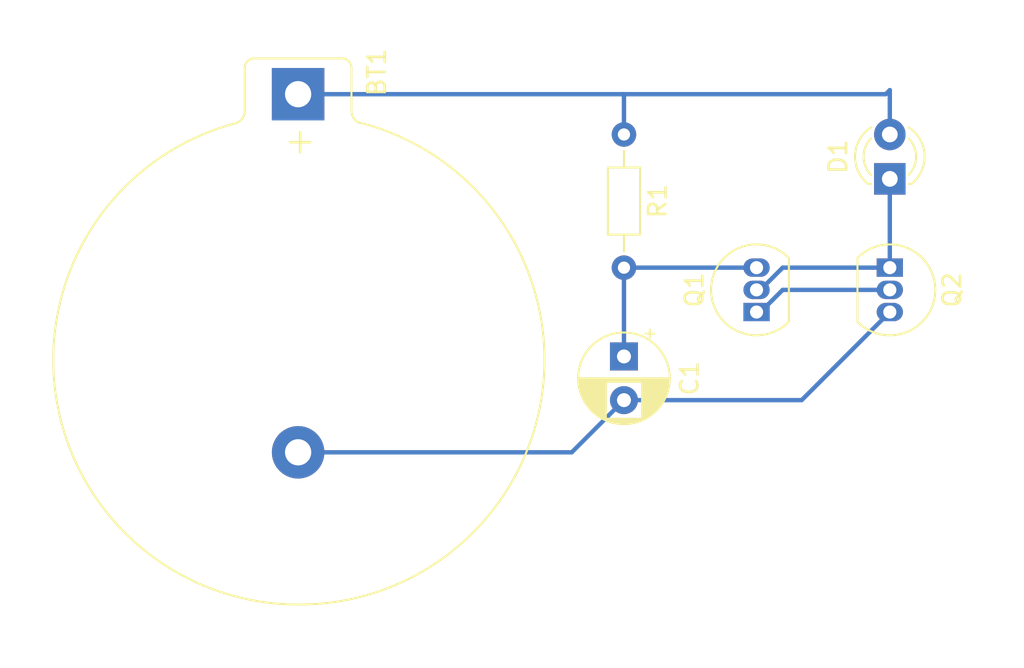
<source format=kicad_pcb>
(kicad_pcb (version 20221018) (generator pcbnew)
  (layers (0 "F.Cu" signal) (31 "B.Cu" signal) (34 "B.Paste" user) (35 "F.Paste" user) (36 "B.SilkS" user "B.Silkscreen") (37 "F.SilkS" user "F.Silkscreen") (38 "B.Mask" user) (39 "F.Mask" user) (44 "Edge.Cuts" user))
  (net 0 "")
  (net 1 "Net-(BT1-+)")
  (net 2 "Net-(BT1--)")
  (net 3 "Net-(Q1-E)")
  (net 4 "Net-(D1-K)")
  (net 5 "Net-(Q1-C)")
  (footprint "LED_THT:LED_D3.0mm" (layer "F.Cu") (at 147.32 81.28 90)
    (fp_text reference "D1" (at 1.27 -2.96 90) (layer "F.SilkS"))
    (fp_text value "LED")
    (fp_line (start -0.29 -1.236) (end -0.29 -1.08) (stroke (width 0.12)) (layer "F.SilkS"))
    (fp_line (start -0.29 1.08) (end -0.29 1.236) (stroke (width 0.12)) (layer "F.SilkS"))
    (fp_arc (start -0.29 -1.235516) (mid 1.366487 -1.987659) (end 2.942335 -1.078608) (stroke (width 0.12)) (layer "F.SilkS"))
    (fp_arc (start 0.229039 -1.08) (mid 1.270117 -1.5) (end 2.31113 -1.079837) (stroke (width 0.12)) (layer "F.SilkS"))
    (fp_arc (start 2.31113 1.079837) (mid 1.270117 1.5) (end 0.229039 1.08) (stroke (width 0.12)) (layer "F.SilkS"))
    (fp_arc (start 2.942335 1.078608) (mid 1.366487 1.987659) (end -0.29 1.235516) (stroke (width 0.12)) (layer "F.SilkS"))
    (pad "1" thru_hole rect (at 0 0 90) (size 1.8 1.8) (drill 0.9) (layers "*.Cu" "*.Mask") (net 4 "Net-(D1-K)"))
    (pad "2" thru_hole circle (at 2.54 0 90) (size 1.8 1.8) (drill 0.9) (layers "*.Cu" "*.Mask") (net 1 "Net-(BT1-+)"))
  )
  (footprint "Package_TO_SOT_THT:TO-92_Inline" (layer "F.Cu") (at 139.7 88.9 90)
    (fp_text reference "Q1" (at 1.27 -3.56 90) (layer "F.SilkS"))
    (fp_text value "BC557")
    (fp_line (start -0.53 1.85) (end 3.07 1.85) (stroke (width 0.12)) (layer "F.SilkS"))
    (fp_arc (start -0.568478 1.838478) (mid -1.132087 -0.994977) (end 1.27 -2.6) (stroke (width 0.12)) (layer "F.SilkS"))
    (fp_arc (start 1.27 -2.6) (mid 3.672087 -0.994977) (end 3.108478 1.838478) (stroke (width 0.12)) (layer "F.SilkS"))
    (pad "1" thru_hole rect (at 0 0 90) (size 1.05 1.5) (drill 0.75) (layers "*.Cu" "*.Mask") (net 5 "Net-(Q1-C)"))
    (pad "2" thru_hole oval (at 1.27 0 90) (size 1.05 1.5) (drill 0.75) (layers "*.Cu" "*.Mask") (net 4 "Net-(D1-K)"))
    (pad "3" thru_hole oval (at 2.54 0 90) (size 1.05 1.5) (drill 0.75) (layers "*.Cu" "*.Mask") (net 3 "Net-(Q1-E)"))
  )
  (footprint "Battery:BatteryHolder_Keystone_107_1x23mm" (layer "F.Cu") (at 113.49 76.43458 -90)
    (fp_text reference "BT1" (at -1.25 -4.5 90) (layer "F.SilkS"))
    (fp_text value "Battery")
    (fp_text user "+" (at 2.75 0 90) (layer "F.SilkS") (effects (font (size 1.5 1.5))))
    (fp_line (start -2.05 -2.5) (end -2.05 2.5) (stroke (width 0.12)) (layer "F.SilkS"))
    (fp_line (start -1.5 3.05) (end 0.95 3.05) (stroke (width 0.12)) (layer "F.SilkS"))
    (fp_line (start 0.95 -3.05) (end -1.5 -3.05) (stroke (width 0.12)) (layer "F.SilkS"))
    (fp_arc (start -2.05 -2.5) (mid -1.888909 -2.888909) (end -1.5 -3.05) (stroke (width 0.12)) (layer "F.SilkS"))
    (fp_arc (start -1.5 3.05) (mid -1.888909 2.888909) (end -2.05 2.5) (stroke (width 0.12)) (layer "F.SilkS"))
    (fp_arc (start 0.95 3.05) (mid 1.371574 3.1784) (end 1.65 3.52) (stroke (width 0.12)) (layer "F.SilkS"))
    (fp_arc (start 1.65 -3.604769) (mid 17.016593 -13.966381) (end 29.2 0) (stroke (width 0.12)) (layer "F.SilkS"))
    (fp_arc (start 1.65 -3.52) (mid 1.371575 -3.1784) (end 0.95 -3.05) (stroke (width 0.12)) (layer "F.SilkS"))
    (fp_arc (start 29.2 0) (mid 16.974433 13.886952) (end 1.65 3.52) (stroke (width 0.12)) (layer "F.SilkS"))
    (pad "1" thru_hole rect (at 0 0 270) (size 3 3) (drill 1.5) (layers "*.Cu" "*.Mask") (net 1 "Net-(BT1-+)"))
    (pad "2" thru_hole circle (at 20.49 0 270) (size 3 3) (drill 1.5) (layers "*.Cu" "*.Mask") (net 2 "Net-(BT1--)"))
  )
  (footprint "Package_TO_SOT_THT:TO-92_Inline" (layer "F.Cu") (at 147.32 86.36 -90)
    (fp_text reference "Q2" (at 1.27 -3.56 90) (layer "F.SilkS"))
    (fp_text value "BC547")
    (fp_line (start -0.53 1.85) (end 3.07 1.85) (stroke (width 0.12)) (layer "F.SilkS"))
    (fp_arc (start -0.568478 1.838478) (mid -1.132087 -0.994977) (end 1.27 -2.6) (stroke (width 0.12)) (layer "F.SilkS"))
    (fp_arc (start 1.27 -2.6) (mid 3.672087 -0.994977) (end 3.108478 1.838478) (stroke (width 0.12)) (layer "F.SilkS"))
    (pad "1" thru_hole rect (at 0 0 270) (size 1.05 1.5) (drill 0.75) (layers "*.Cu" "*.Mask") (net 4 "Net-(D1-K)"))
    (pad "2" thru_hole oval (at 1.27 0 270) (size 1.05 1.5) (drill 0.75) (layers "*.Cu" "*.Mask") (net 5 "Net-(Q1-C)"))
    (pad "3" thru_hole oval (at 2.54 0 270) (size 1.05 1.5) (drill 0.75) (layers "*.Cu" "*.Mask") (net 2 "Net-(BT1--)"))
  )
  (footprint "Resistor_THT:R_Axial_DIN0204_L3.6mm_D1.6mm_P7.62mm_Horizontal" (layer "F.Cu") (at 132.12 78.74 -90)
    (fp_text reference "R1" (at 3.81 -1.92 90) (layer "F.SilkS"))
    (fp_text value "R")
    (fp_line (start 0.94 0) (end 1.89 0) (stroke (width 0.12)) (layer "F.SilkS"))
    (fp_line (start 1.89 -0.92) (end 1.89 0.92) (stroke (width 0.12)) (layer "F.SilkS"))
    (fp_line (start 1.89 0.92) (end 5.73 0.92) (stroke (width 0.12)) (layer "F.SilkS"))
    (fp_line (start 5.73 -0.92) (end 1.89 -0.92) (stroke (width 0.12)) (layer "F.SilkS"))
    (fp_line (start 5.73 0.92) (end 5.73 -0.92) (stroke (width 0.12)) (layer "F.SilkS"))
    (fp_line (start 6.68 0) (end 5.73 0) (stroke (width 0.12)) (layer "F.SilkS"))
    (pad "1" thru_hole circle (at 0 0 270) (size 1.4 1.4) (drill 0.7) (layers "*.Cu" "*.Mask") (net 1 "Net-(BT1-+)"))
    (pad "2" thru_hole oval (at 7.62 0 270) (size 1.4 1.4) (drill 0.7) (layers "*.Cu" "*.Mask") (net 3 "Net-(Q1-E)"))
  )
  (footprint "Capacitor_THT:CP_Radial_D5.0mm_P2.50mm" (layer "F.Cu") (at 132.12 91.44 -90)
    (fp_text reference "C1" (at 1.25 -3.75 90) (layer "F.SilkS"))
    (fp_text value "C_Polarized")
    (fp_line (start -1.554775 -1.475) (end -1.054775 -1.475) (stroke (width 0.12)) (layer "F.SilkS"))
    (fp_line (start -1.304775 -1.725) (end -1.304775 -1.225) (stroke (width 0.12)) (layer "F.SilkS"))
    (fp_line (start 1.25 -2.58) (end 1.25 2.58) (stroke (width 0.12)) (layer "F.SilkS"))
    (fp_line (start 1.29 -2.58) (end 1.29 2.58) (stroke (width 0.12)) (layer "F.SilkS"))
    (fp_line (start 1.33 -2.579) (end 1.33 2.579) (stroke (width 0.12)) (layer "F.SilkS"))
    (fp_line (start 1.37 -2.578) (end 1.37 2.578) (stroke (width 0.12)) (layer "F.SilkS"))
    (fp_line (start 1.41 -2.576) (end 1.41 2.576) (stroke (width 0.12)) (layer "F.SilkS"))
    (fp_line (start 1.45 -2.573) (end 1.45 2.573) (stroke (width 0.12)) (layer "F.SilkS"))
    (fp_line (start 1.49 -2.569) (end 1.49 -1.04) (stroke (width 0.12)) (layer "F.SilkS"))
    (fp_line (start 1.49 1.04) (end 1.49 2.569) (stroke (width 0.12)) (layer "F.SilkS"))
    (fp_line (start 1.53 -2.565) (end 1.53 -1.04) (stroke (width 0.12)) (layer "F.SilkS"))
    (fp_line (start 1.53 1.04) (end 1.53 2.565) (stroke (width 0.12)) (layer "F.SilkS"))
    (fp_line (start 1.57 -2.561) (end 1.57 -1.04) (stroke (width 0.12)) (layer "F.SilkS"))
    (fp_line (start 1.57 1.04) (end 1.57 2.561) (stroke (width 0.12)) (layer "F.SilkS"))
    (fp_line (start 1.61 -2.556) (end 1.61 -1.04) (stroke (width 0.12)) (layer "F.SilkS"))
    (fp_line (start 1.61 1.04) (end 1.61 2.556) (stroke (width 0.12)) (layer "F.SilkS"))
    (fp_line (start 1.65 -2.55) (end 1.65 -1.04) (stroke (width 0.12)) (layer "F.SilkS"))
    (fp_line (start 1.65 1.04) (end 1.65 2.55) (stroke (width 0.12)) (layer "F.SilkS"))
    (fp_line (start 1.69 -2.543) (end 1.69 -1.04) (stroke (width 0.12)) (layer "F.SilkS"))
    (fp_line (start 1.69 1.04) (end 1.69 2.543) (stroke (width 0.12)) (layer "F.SilkS"))
    (fp_line (start 1.73 -2.536) (end 1.73 -1.04) (stroke (width 0.12)) (layer "F.SilkS"))
    (fp_line (start 1.73 1.04) (end 1.73 2.536) (stroke (width 0.12)) (layer "F.SilkS"))
    (fp_line (start 1.77 -2.528) (end 1.77 -1.04) (stroke (width 0.12)) (layer "F.SilkS"))
    (fp_line (start 1.77 1.04) (end 1.77 2.528) (stroke (width 0.12)) (layer "F.SilkS"))
    (fp_line (start 1.81 -2.52) (end 1.81 -1.04) (stroke (width 0.12)) (layer "F.SilkS"))
    (fp_line (start 1.81 1.04) (end 1.81 2.52) (stroke (width 0.12)) (layer "F.SilkS"))
    (fp_line (start 1.85 -2.511) (end 1.85 -1.04) (stroke (width 0.12)) (layer "F.SilkS"))
    (fp_line (start 1.85 1.04) (end 1.85 2.511) (stroke (width 0.12)) (layer "F.SilkS"))
    (fp_line (start 1.89 -2.501) (end 1.89 -1.04) (stroke (width 0.12)) (layer "F.SilkS"))
    (fp_line (start 1.89 1.04) (end 1.89 2.501) (stroke (width 0.12)) (layer "F.SilkS"))
    (fp_line (start 1.93 -2.491) (end 1.93 -1.04) (stroke (width 0.12)) (layer "F.SilkS"))
    (fp_line (start 1.93 1.04) (end 1.93 2.491) (stroke (width 0.12)) (layer "F.SilkS"))
    (fp_line (start 1.971 -2.48) (end 1.971 -1.04) (stroke (width 0.12)) (layer "F.SilkS"))
    (fp_line (start 1.971 1.04) (end 1.971 2.48) (stroke (width 0.12)) (layer "F.SilkS"))
    (fp_line (start 2.011 -2.468) (end 2.011 -1.04) (stroke (width 0.12)) (layer "F.SilkS"))
    (fp_line (start 2.011 1.04) (end 2.011 2.468) (stroke (width 0.12)) (layer "F.SilkS"))
    (fp_line (start 2.051 -2.455) (end 2.051 -1.04) (stroke (width 0.12)) (layer "F.SilkS"))
    (fp_line (start 2.051 1.04) (end 2.051 2.455) (stroke (width 0.12)) (layer "F.SilkS"))
    (fp_line (start 2.091 -2.442) (end 2.091 -1.04) (stroke (width 0.12)) (layer "F.SilkS"))
    (fp_line (start 2.091 1.04) (end 2.091 2.442) (stroke (width 0.12)) (layer "F.SilkS"))
    (fp_line (start 2.131 -2.428) (end 2.131 -1.04) (stroke (width 0.12)) (layer "F.SilkS"))
    (fp_line (start 2.131 1.04) (end 2.131 2.428) (stroke (width 0.12)) (layer "F.SilkS"))
    (fp_line (start 2.171 -2.414) (end 2.171 -1.04) (stroke (width 0.12)) (layer "F.SilkS"))
    (fp_line (start 2.171 1.04) (end 2.171 2.414) (stroke (width 0.12)) (layer "F.SilkS"))
    (fp_line (start 2.211 -2.398) (end 2.211 -1.04) (stroke (width 0.12)) (layer "F.SilkS"))
    (fp_line (start 2.211 1.04) (end 2.211 2.398) (stroke (width 0.12)) (layer "F.SilkS"))
    (fp_line (start 2.251 -2.382) (end 2.251 -1.04) (stroke (width 0.12)) (layer "F.SilkS"))
    (fp_line (start 2.251 1.04) (end 2.251 2.382) (stroke (width 0.12)) (layer "F.SilkS"))
    (fp_line (start 2.291 -2.365) (end 2.291 -1.04) (stroke (width 0.12)) (layer "F.SilkS"))
    (fp_line (start 2.291 1.04) (end 2.291 2.365) (stroke (width 0.12)) (layer "F.SilkS"))
    (fp_line (start 2.331 -2.348) (end 2.331 -1.04) (stroke (width 0.12)) (layer "F.SilkS"))
    (fp_line (start 2.331 1.04) (end 2.331 2.348) (stroke (width 0.12)) (layer "F.SilkS"))
    (fp_line (start 2.371 -2.329) (end 2.371 -1.04) (stroke (width 0.12)) (layer "F.SilkS"))
    (fp_line (start 2.371 1.04) (end 2.371 2.329) (stroke (width 0.12)) (layer "F.SilkS"))
    (fp_line (start 2.411 -2.31) (end 2.411 -1.04) (stroke (width 0.12)) (layer "F.SilkS"))
    (fp_line (start 2.411 1.04) (end 2.411 2.31) (stroke (width 0.12)) (layer "F.SilkS"))
    (fp_line (start 2.451 -2.29) (end 2.451 -1.04) (stroke (width 0.12)) (layer "F.SilkS"))
    (fp_line (start 2.451 1.04) (end 2.451 2.29) (stroke (width 0.12)) (layer "F.SilkS"))
    (fp_line (start 2.491 -2.268) (end 2.491 -1.04) (stroke (width 0.12)) (layer "F.SilkS"))
    (fp_line (start 2.491 1.04) (end 2.491 2.268) (stroke (width 0.12)) (layer "F.SilkS"))
    (fp_line (start 2.531 -2.247) (end 2.531 -1.04) (stroke (width 0.12)) (layer "F.SilkS"))
    (fp_line (start 2.531 1.04) (end 2.531 2.247) (stroke (width 0.12)) (layer "F.SilkS"))
    (fp_line (start 2.571 -2.224) (end 2.571 -1.04) (stroke (width 0.12)) (layer "F.SilkS"))
    (fp_line (start 2.571 1.04) (end 2.571 2.224) (stroke (width 0.12)) (layer "F.SilkS"))
    (fp_line (start 2.611 -2.2) (end 2.611 -1.04) (stroke (width 0.12)) (layer "F.SilkS"))
    (fp_line (start 2.611 1.04) (end 2.611 2.2) (stroke (width 0.12)) (layer "F.SilkS"))
    (fp_line (start 2.651 -2.175) (end 2.651 -1.04) (stroke (width 0.12)) (layer "F.SilkS"))
    (fp_line (start 2.651 1.04) (end 2.651 2.175) (stroke (width 0.12)) (layer "F.SilkS"))
    (fp_line (start 2.691 -2.149) (end 2.691 -1.04) (stroke (width 0.12)) (layer "F.SilkS"))
    (fp_line (start 2.691 1.04) (end 2.691 2.149) (stroke (width 0.12)) (layer "F.SilkS"))
    (fp_line (start 2.731 -2.122) (end 2.731 -1.04) (stroke (width 0.12)) (layer "F.SilkS"))
    (fp_line (start 2.731 1.04) (end 2.731 2.122) (stroke (width 0.12)) (layer "F.SilkS"))
    (fp_line (start 2.771 -2.095) (end 2.771 -1.04) (stroke (width 0.12)) (layer "F.SilkS"))
    (fp_line (start 2.771 1.04) (end 2.771 2.095) (stroke (width 0.12)) (layer "F.SilkS"))
    (fp_line (start 2.811 -2.065) (end 2.811 -1.04) (stroke (width 0.12)) (layer "F.SilkS"))
    (fp_line (start 2.811 1.04) (end 2.811 2.065) (stroke (width 0.12)) (layer "F.SilkS"))
    (fp_line (start 2.851 -2.035) (end 2.851 -1.04) (stroke (width 0.12)) (layer "F.SilkS"))
    (fp_line (start 2.851 1.04) (end 2.851 2.035) (stroke (width 0.12)) (layer "F.SilkS"))
    (fp_line (start 2.891 -2.004) (end 2.891 -1.04) (stroke (width 0.12)) (layer "F.SilkS"))
    (fp_line (start 2.891 1.04) (end 2.891 2.004) (stroke (width 0.12)) (layer "F.SilkS"))
    (fp_line (start 2.931 -1.971) (end 2.931 -1.04) (stroke (width 0.12)) (layer "F.SilkS"))
    (fp_line (start 2.931 1.04) (end 2.931 1.971) (stroke (width 0.12)) (layer "F.SilkS"))
    (fp_line (start 2.971 -1.937) (end 2.971 -1.04) (stroke (width 0.12)) (layer "F.SilkS"))
    (fp_line (start 2.971 1.04) (end 2.971 1.937) (stroke (width 0.12)) (layer "F.SilkS"))
    (fp_line (start 3.011 -1.901) (end 3.011 -1.04) (stroke (width 0.12)) (layer "F.SilkS"))
    (fp_line (start 3.011 1.04) (end 3.011 1.901) (stroke (width 0.12)) (layer "F.SilkS"))
    (fp_line (start 3.051 -1.864) (end 3.051 -1.04) (stroke (width 0.12)) (layer "F.SilkS"))
    (fp_line (start 3.051 1.04) (end 3.051 1.864) (stroke (width 0.12)) (layer "F.SilkS"))
    (fp_line (start 3.091 -1.826) (end 3.091 -1.04) (stroke (width 0.12)) (layer "F.SilkS"))
    (fp_line (start 3.091 1.04) (end 3.091 1.826) (stroke (width 0.12)) (layer "F.SilkS"))
    (fp_line (start 3.131 -1.785) (end 3.131 -1.04) (stroke (width 0.12)) (layer "F.SilkS"))
    (fp_line (start 3.131 1.04) (end 3.131 1.785) (stroke (width 0.12)) (layer "F.SilkS"))
    (fp_line (start 3.171 -1.743) (end 3.171 -1.04) (stroke (width 0.12)) (layer "F.SilkS"))
    (fp_line (start 3.171 1.04) (end 3.171 1.743) (stroke (width 0.12)) (layer "F.SilkS"))
    (fp_line (start 3.211 -1.699) (end 3.211 -1.04) (stroke (width 0.12)) (layer "F.SilkS"))
    (fp_line (start 3.211 1.04) (end 3.211 1.699) (stroke (width 0.12)) (layer "F.SilkS"))
    (fp_line (start 3.251 -1.653) (end 3.251 -1.04) (stroke (width 0.12)) (layer "F.SilkS"))
    (fp_line (start 3.251 1.04) (end 3.251 1.653) (stroke (width 0.12)) (layer "F.SilkS"))
    (fp_line (start 3.291 -1.605) (end 3.291 -1.04) (stroke (width 0.12)) (layer "F.SilkS"))
    (fp_line (start 3.291 1.04) (end 3.291 1.605) (stroke (width 0.12)) (layer "F.SilkS"))
    (fp_line (start 3.331 -1.554) (end 3.331 -1.04) (stroke (width 0.12)) (layer "F.SilkS"))
    (fp_line (start 3.331 1.04) (end 3.331 1.554) (stroke (width 0.12)) (layer "F.SilkS"))
    (fp_line (start 3.371 -1.5) (end 3.371 -1.04) (stroke (width 0.12)) (layer "F.SilkS"))
    (fp_line (start 3.371 1.04) (end 3.371 1.5) (stroke (width 0.12)) (layer "F.SilkS"))
    (fp_line (start 3.411 -1.443) (end 3.411 -1.04) (stroke (width 0.12)) (layer "F.SilkS"))
    (fp_line (start 3.411 1.04) (end 3.411 1.443) (stroke (width 0.12)) (layer "F.SilkS"))
    (fp_line (start 3.451 -1.383) (end 3.451 -1.04) (stroke (width 0.12)) (layer "F.SilkS"))
    (fp_line (start 3.451 1.04) (end 3.451 1.383) (stroke (width 0.12)) (layer "F.SilkS"))
    (fp_line (start 3.491 -1.319) (end 3.491 -1.04) (stroke (width 0.12)) (layer "F.SilkS"))
    (fp_line (start 3.491 1.04) (end 3.491 1.319) (stroke (width 0.12)) (layer "F.SilkS"))
    (fp_line (start 3.531 -1.251) (end 3.531 -1.04) (stroke (width 0.12)) (layer "F.SilkS"))
    (fp_line (start 3.531 1.04) (end 3.531 1.251) (stroke (width 0.12)) (layer "F.SilkS"))
    (fp_line (start 3.571 -1.178) (end 3.571 1.178) (stroke (width 0.12)) (layer "F.SilkS"))
    (fp_line (start 3.611 -1.098) (end 3.611 1.098) (stroke (width 0.12)) (layer "F.SilkS"))
    (fp_line (start 3.651 -1.011) (end 3.651 1.011) (stroke (width 0.12)) (layer "F.SilkS"))
    (fp_line (start 3.691 -0.915) (end 3.691 0.915) (stroke (width 0.12)) (layer "F.SilkS"))
    (fp_line (start 3.731 -0.805) (end 3.731 0.805) (stroke (width 0.12)) (layer "F.SilkS"))
    (fp_line (start 3.771 -0.677) (end 3.771 0.677) (stroke (width 0.12)) (layer "F.SilkS"))
    (fp_line (start 3.811 -0.518) (end 3.811 0.518) (stroke (width 0.12)) (layer "F.SilkS"))
    (fp_line (start 3.851 -0.284) (end 3.851 0.284) (stroke (width 0.12)) (layer "F.SilkS"))
    (fp_circle (center 1.25 0) (end 3.87 0) (stroke (width 0.12)) (fill none) (layer "F.SilkS"))
    (pad "1" thru_hole rect (at 0 0 270) (size 1.6 1.6) (drill 0.8) (layers "*.Cu" "*.Mask") (net 3 "Net-(Q1-E)"))
    (pad "2" thru_hole circle (at 2.5 0 270) (size 1.6 1.6) (drill 0.8) (layers "*.Cu" "*.Mask") (net 2 "Net-(BT1--)"))
  )
  (segment (start 132.12 76.47458) (end 132.08 76.43458) (width 0.25) (layer "B.Cu") (net 1))
  (segment (start 132.08 76.43458) (end 147.08542 76.43458) (width 0.25) (layer "B.Cu") (net 1))
  (segment (start 147.32 76.2) (end 147.32 78.74) (width 0.25) (layer "B.Cu") (net 1))
  (segment (start 132.12 78.74) (end 132.12 76.47458) (width 0.25) (layer "B.Cu") (net 1))
  (segment (start 113.49 76.43458) (end 132.08 76.43458) (width 0.25) (layer "B.Cu") (net 1))
  (segment (start 147.08542 76.43458) (end 147.32 76.2) (width 0.25) (layer "B.Cu") (net 1))
  (segment (start 129.13542 96.92458) (end 132.12 93.94) (width 0.25) (layer "B.Cu") (net 2))
  (segment (start 113.49 96.92458) (end 129.13542 96.92458) (width 0.25) (layer "B.Cu") (net 2))
  (segment (start 142.28 93.94) (end 147.32 88.9) (width 0.25) (layer "B.Cu") (net 2))
  (segment (start 132.12 93.94) (end 142.28 93.94) (width 0.25) (layer "B.Cu") (net 2))
  (segment (start 139.7 86.36) (end 132.12 86.36) (width 0.25) (layer "B.Cu") (net 3))
  (segment (start 132.12 91.44) (end 132.12 86.36) (width 0.25) (layer "B.Cu") (net 3))
  (segment (start 141.195 86.36) (end 147.32 86.36) (width 0.25) (layer "B.Cu") (net 4))
  (segment (start 139.925 87.63) (end 141.195 86.36) (width 0.25) (layer "B.Cu") (net 4))
  (segment (start 139.7 87.63) (end 139.925 87.63) (width 0.25) (layer "B.Cu") (net 4))
  (segment (start 147.32 86.36) (end 147.32 81.28) (width 0.25) (layer "B.Cu") (net 4))
  (segment (start 141.195 87.63) (end 147.32 87.63) (width 0.25) (layer "B.Cu") (net 5))
  (segment (start 139.925 88.9) (end 141.195 87.63) (width 0.25) (layer "B.Cu") (net 5))
  (segment (start 139.7 88.9) (end 139.925 88.9) (width 0.25) (layer "B.Cu") (net 5))
)
</source>
